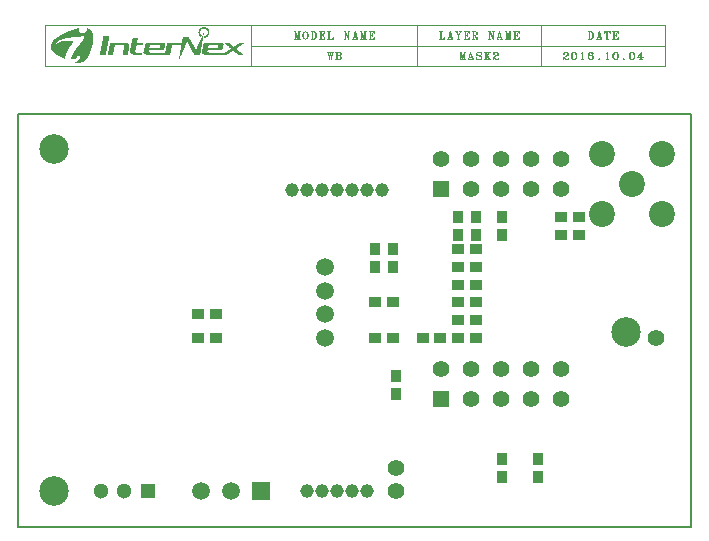
<source format=gbr>
%MOMM*%
%FSLAX33Y33*%
%ADD10C,0.203200*%
%ADD14C,0.070000*%
%ADD16R,0.900000X1.000000*%
%ADD17C,1.300000*%
%ADD70R,1.000000X0.900000*%
%ADD71R,1.300000X1.300000*%
%ADD20C,1.500000*%
%ADD21R,1.500000X1.500000*%
%ADD22C,1.150000*%
%ADD25C,1.400000*%
%ADD73R,1.400000X1.400000*%
%ADD131C,2.200000*%
%ADD132C,2.500000*%
G90*G71*G01*D02*G54D10*X000000Y000000D02*X057000Y000000D01*X057000Y035000D01*
X000000Y035000D01*X000000Y000000D01*D02*G54D14*X019750Y042500D02*
X002250Y042500D01*X002250Y039000D01*X019750Y039000D01*X019750Y040750D02*
X054750Y040750D01*X033750Y042500D02*X033750Y039000D01*X019750Y042500D02*
X054750Y042500D01*X054750Y039000D02*X019750Y039000D01*X019750Y042500D02*
X019750Y039000D01*X054750Y042500D02*X054750Y039000D01*X044250Y042500D02*
X044250Y039000D01*X046154Y040098D02*X046154Y040066D01*X046186Y040066D01*
X046186Y040098D01*X046154Y040098D01*X046154Y040130D02*X046186Y040130D01*
X046218Y040098D01*X046218Y040066D01*X046186Y040034D01*X046154Y040034D01*
X046123Y040066D01*X046123Y040098D01*X046154Y040161D01*X046186Y040193D01*
X046282Y040214D01*X046414Y040214D01*X046509Y040193D01*X046541Y040161D01*
X046578Y040098D01*X046578Y040034D01*X046541Y039981D01*X046446Y039917D01*
X046282Y039854D01*X046218Y039822D01*X046154Y039758D01*X046123Y039673D01*
X046123Y039578D01*X046509Y040161D02*X046541Y040098D01*X046541Y040034D01*
X046509Y039981D01*X046414Y040214D02*X046477Y040193D01*X046509Y040098D01*
X046509Y040034D01*X046477Y039981D01*X046414Y039917D01*X046282Y039854D01*
X046123Y039642D02*X046154Y039673D01*X046218Y039673D01*X046377Y039642D01*
X046509Y039642D01*X046578Y039673D01*X046218Y039673D02*X046377Y039610D01*
X046509Y039610D01*X046541Y039642D01*X046218Y039673D02*X046377Y039578D01*
X046509Y039578D01*X046541Y039610D01*X046578Y039673D01*X046578Y039727D01*
X047014Y040214D02*X046918Y040193D01*X046854Y040098D01*X046823Y039949D01*
X046823Y039854D01*X046854Y039705D01*X046918Y039610D01*X047014Y039578D01*
X047082Y039578D01*X047177Y039610D01*X047241Y039705D01*X047278Y039854D01*
X047278Y039949D01*X047241Y040098D01*X047177Y040193D01*X047082Y040214D01*
X047014Y040214D01*X046918Y040161D02*X046886Y040098D01*X046854Y039981D01*
X046854Y039822D01*X046886Y039705D01*X046918Y039642D01*X047177Y039642D02*
X047209Y039705D01*X047241Y039822D01*X047241Y039981D01*X047209Y040098D01*
X047177Y040161D01*X047014Y040214D02*X046950Y040193D01*X046918Y040130D01*
X046886Y039981D01*X046886Y039822D01*X046918Y039673D01*X046950Y039610D01*
X047014Y039578D01*X047082Y039578D02*X047146Y039610D01*X047177Y039673D01*
X047209Y039822D01*X047209Y039981D01*X047177Y040130D01*X047146Y040193D01*
X047082Y040214D01*X047727Y040161D02*X047727Y039578D01*X047745Y040161D02*
X047745Y039610D01*X047759Y040214D02*X047759Y039578D01*X047759Y040214D02*
X047714Y040130D01*X047686Y040098D01*X047673Y039578D02*X047818Y039578D01*
X047727Y039610D02*X047700Y039578D01*X047727Y039642D02*X047714Y039578D01*
X047759Y039642D02*X047773Y039578D01*X047759Y039610D02*X047786Y039578D01*
X048577Y040130D02*X048577Y040098D01*X048609Y040098D01*X048609Y040130D01*
X048577Y040130D01*X048609Y040161D02*X048577Y040161D01*X048546Y040130D01*
X048546Y040098D01*X048577Y040066D01*X048609Y040066D01*X048641Y040098D01*
X048641Y040130D01*X048609Y040193D01*X048546Y040214D01*X048450Y040214D01*
X048350Y040193D01*X048286Y040130D01*X048254Y040066D01*X048223Y039949D01*
X048223Y039758D01*X048254Y039673D01*X048318Y039610D01*X048414Y039578D01*
X048482Y039578D01*X048577Y039610D01*X048641Y039673D01*X048678Y039758D01*
X048678Y039790D01*X048641Y039886D01*X048577Y039949D01*X048482Y039981D01*
X048414Y039981D01*X048350Y039949D01*X048318Y039917D01*X048286Y039854D01*
X048318Y040130D02*X048286Y040066D01*X048254Y039949D01*X048254Y039758D01*
X048286Y039673D01*X048318Y039642D01*X048609Y039673D02*X048641Y039727D01*
X048641Y039822D01*X048609Y039886D01*X048450Y040214D02*X048382Y040193D01*
X048350Y040161D01*X048318Y040098D01*X048286Y039981D01*X048286Y039758D01*
X048318Y039673D01*X048350Y039610D01*X048414Y039578D01*X048482Y039578D02*
X048546Y039610D01*X048577Y039642D01*X048609Y039727D01*X048609Y039822D01*
X048577Y039917D01*X048546Y039949D01*X048482Y039981D01*X049141Y039673D02*
X049127Y039642D01*X049127Y039610D01*X049141Y039578D01*X049155Y039578D01*
X049168Y039610D01*X049168Y039642D01*X049155Y039673D01*X049141Y039673D01*
X049141Y039642D02*X049141Y039610D01*X049155Y039610D01*X049155Y039642D01*
X049141Y039642D01*X049827Y040161D02*X049827Y039578D01*X049845Y040161D02*
X049845Y039610D01*X049859Y040214D02*X049859Y039578D01*X049859Y040214D02*
X049814Y040130D01*X049786Y040098D01*X049773Y039578D02*X049918Y039578D01*
X049827Y039610D02*X049800Y039578D01*X049827Y039642D02*X049814Y039578D01*
X049859Y039642D02*X049873Y039578D01*X049859Y039610D02*X049886Y039578D01*
X050514Y040214D02*X050418Y040193D01*X050354Y040098D01*X050322Y039949D01*
X050322Y039854D01*X050354Y039705D01*X050418Y039610D01*X050514Y039578D01*
X050582Y039578D01*X050677Y039610D01*X050741Y039705D01*X050777Y039854D01*
X050777Y039949D01*X050741Y040098D01*X050677Y040193D01*X050582Y040214D01*
X050514Y040214D01*X050418Y040161D02*X050386Y040098D01*X050354Y039981D01*
X050354Y039822D01*X050386Y039705D01*X050418Y039642D01*X050677Y039642D02*
X050709Y039705D01*X050741Y039822D01*X050741Y039981D01*X050709Y040098D01*
X050677Y040161D01*X050514Y040214D02*X050450Y040193D01*X050418Y040130D01*
X050386Y039981D01*X050386Y039822D01*X050418Y039673D01*X050450Y039610D01*
X050514Y039578D01*X050582Y039578D02*X050646Y039610D01*X050677Y039673D01*
X050709Y039822D01*X050709Y039981D01*X050677Y040130D01*X050646Y040193D01*
X050582Y040214D01*X051241Y039673D02*X051227Y039642D01*X051227Y039610D01*
X051241Y039578D01*X051255Y039578D01*X051268Y039610D01*X051268Y039642D01*
X051255Y039673D01*X051241Y039673D01*X051241Y039642D02*X051241Y039610D01*
X051255Y039610D01*X051255Y039642D01*X051241Y039642D01*X051914Y040214D02*
X051818Y040193D01*X051754Y040098D01*X051722Y039949D01*X051722Y039854D01*
X051754Y039705D01*X051818Y039610D01*X051914Y039578D01*X051982Y039578D01*
X052077Y039610D01*X052141Y039705D01*X052177Y039854D01*X052177Y039949D01*
X052141Y040098D01*X052077Y040193D01*X051982Y040214D01*X051914Y040214D01*
X051818Y040161D02*X051786Y040098D01*X051754Y039981D01*X051754Y039822D01*
X051786Y039705D01*X051818Y039642D01*X052077Y039642D02*X052109Y039705D01*
X052141Y039822D01*X052141Y039981D01*X052109Y040098D01*X052077Y040161D01*
X051914Y040214D02*X051850Y040193D01*X051818Y040130D01*X051786Y039981D01*
X051786Y039822D01*X051818Y039673D01*X051850Y039610D01*X051914Y039578D01*
X051982Y039578D02*X052046Y039610D01*X052077Y039673D01*X052109Y039822D01*
X052109Y039981D01*X052077Y040130D01*X052046Y040193D01*X051982Y040214D01*
X052677Y040130D02*X052677Y039578D01*X052705Y040161D02*X052705Y039610D01*
X052732Y040214D02*X052732Y039578D01*X052732Y040214D02*X052422Y039758D01*
X052877Y039758D01*X052591Y039578D02*X052818Y039578D01*X052677Y039610D02*
X052618Y039578D01*X052677Y039642D02*X052645Y039578D01*X052732Y039642D02*
X052759Y039578D01*X052732Y039610D02*X052791Y039578D01*X048300Y041964D02*
X048300Y041328D01*X048327Y041943D02*X048327Y041360D01*X048354Y041964D02*
X048354Y041328D01*X048223Y041964D02*X048486Y041964D01*X048568Y041943D01*
X048623Y041880D01*X048650Y041816D01*X048678Y041731D01*X048678Y041572D01*
X048650Y041477D01*X048623Y041423D01*X048568Y041360D01*X048486Y041328D01*
X048223Y041328D01*X048596Y041880D02*X048623Y041816D01*X048650Y041731D01*
X048650Y041572D01*X048623Y041477D01*X048596Y041423D01*X048486Y041964D02*
X048541Y041943D01*X048596Y041848D01*X048623Y041731D01*X048623Y041572D01*
X048596Y041455D01*X048541Y041360D01*X048486Y041328D01*X048245Y041964D02*
X048300Y041943D01*X048273Y041964D02*X048300Y041911D01*X048382Y041964D02*
X048354Y041911D01*X048409Y041964D02*X048354Y041943D01*X048300Y041360D02*
X048245Y041328D01*X048300Y041392D02*X048273Y041328D01*X048354Y041392D02*
X048382Y041328D01*X048354Y041360D02*X048409Y041328D01*X049150Y041964D02*
X048973Y041360D01*X049123Y041880D02*X049273Y041328D01*X049150Y041880D02*
X049300Y041328D01*X049150Y041964D02*X049323Y041328D01*X049023Y041508D02*
X049250Y041508D01*X048923Y041328D02*X049073Y041328D01*X049200Y041328D02*
X049378Y041328D01*X048973Y041360D02*X048945Y041328D01*X048973Y041360D02*
X049023Y041328D01*X049273Y041360D02*X049223Y041328D01*X049273Y041392D02*
X049250Y041328D01*X049300Y041392D02*X049350Y041328D01*X049623Y041964D02*
X049623Y041784D01*X049818Y041964D02*X049818Y041328D01*X049850Y041943D02*
X049850Y041360D01*X049877Y041964D02*X049877Y041328D01*X050077Y041964D02*
X050077Y041784D01*X049623Y041964D02*X050077Y041964D01*X049736Y041328D02*
X049959Y041328D01*X049650Y041964D02*X049623Y041784D01*X049677Y041964D02*
X049623Y041880D01*X049704Y041964D02*X049623Y041911D01*X049764Y041964D02*
X049623Y041943D01*X049932Y041964D02*X050077Y041943D01*X049991Y041964D02*
X050077Y041911D01*X050018Y041964D02*X050077Y041880D01*X050046Y041964D02*
X050077Y041784D01*X049818Y041360D02*X049764Y041328D01*X049818Y041392D02*
X049791Y041328D01*X049877Y041392D02*X049905Y041328D01*X049877Y041360D02*
X049932Y041328D01*X050404Y041964D02*X050404Y041328D01*X050432Y041943D02*
X050432Y041360D01*X050464Y041964D02*X050464Y041328D01*X050322Y041964D02*
X050777Y041964D01*X050777Y041784D01*X050464Y041667D02*X050632Y041667D01*
X050632Y041784D02*X050632Y041540D01*X050322Y041328D02*X050777Y041328D01*
X050777Y041508D01*X050350Y041964D02*X050404Y041943D01*X050377Y041964D02*
X050404Y041911D01*X050491Y041964D02*X050464Y041911D01*X050518Y041964D02*
X050464Y041943D01*X050632Y041964D02*X050777Y041943D01*X050691Y041964D02*
X050777Y041911D01*X050718Y041964D02*X050777Y041880D01*X050746Y041964D02*
X050777Y041784D01*X050632Y041784D02*X050605Y041667D01*X050632Y041540D01*
X050632Y041731D02*X050577Y041667D01*X050632Y041604D01*X050632Y041699D02*
X050518Y041667D01*X050632Y041636D01*X050404Y041360D02*X050350Y041328D01*
X050404Y041392D02*X050377Y041328D01*X050464Y041392D02*X050491Y041328D01*
X050464Y041360D02*X050518Y041328D01*X050632Y041328D02*X050777Y041360D01*
X050691Y041328D02*X050777Y041392D01*X050718Y041328D02*X050777Y041423D01*
X050746Y041328D02*X050777Y041508D01*X035714Y041964D02*X035714Y041328D01*
X035741Y041943D02*X035741Y041360D01*X035773Y041964D02*X035773Y041328D01*
X035623Y041964D02*X035864Y041964D01*X035623Y041328D02*X036078Y041328D01*
X036078Y041508D01*X035650Y041964D02*X035714Y041943D01*X035682Y041964D02*
X035714Y041911D01*X035805Y041964D02*X035773Y041911D01*X035832Y041964D02*
X035773Y041943D01*X035714Y041360D02*X035650Y041328D01*X035714Y041392D02*
X035682Y041328D01*X035773Y041392D02*X035805Y041328D01*X035773Y041360D02*
X035832Y041328D01*X035923Y041328D02*X036078Y041360D01*X035982Y041328D02*
X036078Y041392D01*X036014Y041328D02*X036078Y041423D01*X036046Y041328D02*
X036078Y041508D01*X036550Y041964D02*X036373Y041360D01*X036523Y041880D02*
X036673Y041328D01*X036550Y041880D02*X036700Y041328D01*X036550Y041964D02*
X036723Y041328D01*X036423Y041508D02*X036650Y041508D01*X036323Y041328D02*
X036473Y041328D01*X036600Y041328D02*X036778Y041328D01*X036373Y041360D02*
X036345Y041328D01*X036373Y041360D02*X036423Y041328D01*X036673Y041360D02*
X036623Y041328D01*X036673Y041392D02*X036650Y041328D01*X036700Y041392D02*
X036750Y041328D01*X037068Y041964D02*X037223Y041636D01*X037223Y041328D01*
X037091Y041964D02*X037245Y041636D01*X037245Y041360D01*X037109Y041964D02*
X037273Y041636D01*X037273Y041328D01*X037405Y041943D02*X037273Y041636D01*
X037023Y041964D02*X037182Y041964D01*X037336Y041964D02*X037478Y041964D01*
X037159Y041328D02*X037336Y041328D01*X037045Y041964D02*X037091Y041943D01*
X037159Y041964D02*X037109Y041943D01*X037364Y041964D02*X037405Y041943D01*
X037450Y041964D02*X037405Y041943D01*X037223Y041360D02*X037182Y041328D01*
X037223Y041392D02*X037200Y041328D01*X037273Y041392D02*X037291Y041328D01*
X037273Y041360D02*X037314Y041328D01*X037804Y041964D02*X037804Y041328D01*
X037832Y041943D02*X037832Y041360D01*X037864Y041964D02*X037864Y041328D01*
X037723Y041964D02*X038178Y041964D01*X038178Y041784D01*X037864Y041667D02*
X038032Y041667D01*X038032Y041784D02*X038032Y041540D01*X037723Y041328D02*
X038178Y041328D01*X038178Y041508D01*X037750Y041964D02*X037804Y041943D01*
X037777Y041964D02*X037804Y041911D01*X037891Y041964D02*X037864Y041911D01*
X037918Y041964D02*X037864Y041943D01*X038032Y041964D02*X038178Y041943D01*
X038091Y041964D02*X038178Y041911D01*X038118Y041964D02*X038178Y041880D01*
X038146Y041964D02*X038178Y041784D01*X038032Y041784D02*X038005Y041667D01*
X038032Y041540D01*X038032Y041731D02*X037977Y041667D01*X038032Y041604D01*
X038032Y041699D02*X037918Y041667D01*X038032Y041636D01*X037804Y041360D02*
X037750Y041328D01*X037804Y041392D02*X037777Y041328D01*X037864Y041392D02*
X037891Y041328D01*X037864Y041360D02*X037918Y041328D01*X038032Y041328D02*
X038178Y041360D01*X038091Y041328D02*X038178Y041392D01*X038118Y041328D02*
X038178Y041423D01*X038146Y041328D02*X038178Y041508D01*X038495Y041964D02*
X038495Y041328D01*X038523Y041943D02*X038523Y041360D01*X038545Y041964D02*
X038545Y041328D01*X038423Y041964D02*X038723Y041964D01*X038800Y041943D01*
X038823Y041911D01*X038850Y041848D01*X038850Y041784D01*X038823Y041731D01*
X038800Y041699D01*X038723Y041667D01*X038545Y041667D01*X038800Y041911D02*
X038823Y041848D01*X038823Y041784D01*X038800Y041731D01*X038723Y041964D02*
X038773Y041943D01*X038800Y041880D01*X038800Y041752D01*X038773Y041699D01*
X038723Y041667D01*X038645Y041667D02*X038700Y041636D01*X038723Y041572D01*
X038773Y041392D01*X038800Y041328D01*X038850Y041328D01*X038878Y041392D01*
X038878Y041455D01*X038773Y041455D02*X038800Y041392D01*X038823Y041360D01*
X038850Y041360D01*X038700Y041636D02*X038723Y041604D01*X038800Y041423D01*
X038823Y041392D01*X038850Y041392D01*X038878Y041423D01*X038423Y041328D02*
X038623Y041328D01*X038445Y041964D02*X038495Y041943D01*X038473Y041964D02*
X038495Y041911D01*X038573Y041964D02*X038545Y041911D01*X038595Y041964D02*
X038545Y041943D01*X038495Y041360D02*X038445Y041328D01*X038495Y041392D02*
X038473Y041328D01*X038545Y041392D02*X038573Y041328D01*X038545Y041360D02*
X038595Y041328D01*X039886Y041964D02*X039886Y041360D01*X039886Y041964D02*
X040205Y041328D01*X039913Y041964D02*X040182Y041423D01*X039932Y041964D02*
X040205Y041423D01*X040205Y041943D02*X040205Y041328D01*X039822Y041964D02*
X039932Y041964D01*X040141Y041964D02*X040277Y041964D01*X039822Y041328D02*
X039954Y041328D01*X039841Y041964D02*X039886Y041943D01*X040164Y041964D02*
X040205Y041943D01*X040255Y041964D02*X040205Y041943D01*X039886Y041360D02*
X039841Y041328D01*X039886Y041360D02*X039932Y041328D01*X040750Y041964D02*
X040573Y041360D01*X040723Y041880D02*X040873Y041328D01*X040750Y041880D02*
X040900Y041328D01*X040750Y041964D02*X040923Y041328D01*X040623Y041508D02*
X040850Y041508D01*X040522Y041328D02*X040673Y041328D01*X040800Y041328D02*
X040977Y041328D01*X040573Y041360D02*X040545Y041328D01*X040573Y041360D02*
X040623Y041328D01*X040873Y041360D02*X040823Y041328D01*X040873Y041392D02*
X040850Y041328D01*X040900Y041392D02*X040950Y041328D01*X041282Y041964D02*
X041282Y041360D01*X041282Y041964D02*X041427Y041328D01*X041304Y041964D02*
X041427Y041423D01*X041323Y041964D02*X041445Y041423D01*X041573Y041964D02*
X041427Y041328D01*X041573Y041964D02*X041573Y041328D01*X041591Y041943D02*
X041591Y041360D01*X041614Y041964D02*X041614Y041328D01*X041222Y041964D02*
X041323Y041964D01*X041573Y041964D02*X041677Y041964D01*X041222Y041328D02*
X041345Y041328D01*X041509Y041328D02*X041677Y041328D01*X041241Y041964D02*
X041282Y041943D01*X041632Y041964D02*X041614Y041911D01*X041655Y041964D02*
X041614Y041943D01*X041282Y041360D02*X041241Y041328D01*X041282Y041360D02*
X041323Y041328D01*X041573Y041360D02*X041532Y041328D01*X041573Y041392D02*
X041550Y041328D01*X041614Y041392D02*X041632Y041328D01*X041614Y041360D02*
X041655Y041328D01*X042004Y041964D02*X042004Y041328D01*X042032Y041943D02*
X042032Y041360D01*X042064Y041964D02*X042064Y041328D01*X041922Y041964D02*
X042377Y041964D01*X042377Y041784D01*X042064Y041667D02*X042232Y041667D01*
X042232Y041784D02*X042232Y041540D01*X041922Y041328D02*X042377Y041328D01*
X042377Y041508D01*X041950Y041964D02*X042004Y041943D01*X041977Y041964D02*
X042004Y041911D01*X042091Y041964D02*X042064Y041911D01*X042118Y041964D02*
X042064Y041943D01*X042232Y041964D02*X042377Y041943D01*X042291Y041964D02*
X042377Y041911D01*X042318Y041964D02*X042377Y041880D01*X042346Y041964D02*
X042377Y041784D01*X042232Y041784D02*X042205Y041667D01*X042232Y041540D01*
X042232Y041731D02*X042177Y041667D01*X042232Y041604D01*X042232Y041699D02*
X042118Y041667D01*X042232Y041636D01*X042004Y041360D02*X041950Y041328D01*
X042004Y041392D02*X041977Y041328D01*X042064Y041392D02*X042091Y041328D01*
X042064Y041360D02*X042118Y041328D01*X042232Y041328D02*X042377Y041360D01*
X042291Y041328D02*X042377Y041392D01*X042318Y041328D02*X042377Y041423D01*
X042346Y041328D02*X042377Y041508D01*X023432Y041964D02*X023432Y041360D01*
X023432Y041964D02*X023577Y041328D01*X023454Y041964D02*X023577Y041423D01*
X023473Y041964D02*X023596Y041423D01*X023723Y041964D02*X023577Y041328D01*
X023723Y041964D02*X023723Y041328D01*X023741Y041943D02*X023741Y041360D01*
X023764Y041964D02*X023764Y041328D01*X023373Y041964D02*X023473Y041964D01*
X023723Y041964D02*X023828Y041964D01*X023373Y041328D02*X023495Y041328D01*
X023659Y041328D02*X023828Y041328D01*X023391Y041964D02*X023432Y041943D01*
X023782Y041964D02*X023764Y041911D01*X023805Y041964D02*X023764Y041943D01*
X023432Y041360D02*X023391Y041328D01*X023432Y041360D02*X023473Y041328D01*
X023723Y041360D02*X023682Y041328D01*X023723Y041392D02*X023700Y041328D01*
X023764Y041392D02*X023782Y041328D01*X023764Y041360D02*X023805Y041328D01*
X024268Y041964D02*X024186Y041943D01*X024127Y041880D01*X024100Y041816D01*
X024073Y041699D01*X024073Y041604D01*X024100Y041477D01*X024127Y041423D01*
X024186Y041360D01*X024268Y041328D01*X024327Y041328D01*X024414Y041360D01*
X024468Y041423D01*X024496Y041477D01*X024528Y041604D01*X024528Y041699D01*
X024496Y041816D01*X024468Y041880D01*X024414Y041943D01*X024327Y041964D01*
X024268Y041964D01*X024154Y041880D02*X024127Y041816D01*X024100Y041731D01*
X024100Y041572D01*X024127Y041477D01*X024154Y041423D01*X024441Y041423D02*
X024468Y041477D01*X024496Y041572D01*X024496Y041731D01*X024468Y041816D01*
X024441Y041880D01*X024268Y041964D02*X024214Y041943D01*X024154Y041848D01*
X024127Y041731D01*X024127Y041572D01*X024154Y041455D01*X024214Y041360D01*
X024268Y041328D01*X024327Y041328D02*X024382Y041360D01*X024441Y041455D01*
X024468Y041572D01*X024468Y041731D01*X024441Y041848D01*X024382Y041943D01*
X024327Y041964D01*X024850Y041964D02*X024850Y041328D01*X024877Y041943D02*
X024877Y041360D01*X024904Y041964D02*X024904Y041328D01*X024773Y041964D02*
X025036Y041964D01*X025118Y041943D01*X025173Y041880D01*X025200Y041816D01*
X025228Y041731D01*X025228Y041572D01*X025200Y041477D01*X025173Y041423D01*
X025118Y041360D01*X025036Y041328D01*X024773Y041328D01*X025146Y041880D02*
X025173Y041816D01*X025200Y041731D01*X025200Y041572D01*X025173Y041477D01*
X025146Y041423D01*X025036Y041964D02*X025091Y041943D01*X025146Y041848D01*
X025173Y041731D01*X025173Y041572D01*X025146Y041455D01*X025091Y041360D01*
X025036Y041328D01*X024795Y041964D02*X024850Y041943D01*X024823Y041964D02*
X024850Y041911D01*X024932Y041964D02*X024904Y041911D01*X024959Y041964D02*
X024904Y041943D01*X024850Y041360D02*X024795Y041328D01*X024850Y041392D02*
X024823Y041328D01*X024904Y041392D02*X024932Y041328D01*X024904Y041360D02*
X024959Y041328D01*X025554Y041964D02*X025554Y041328D01*X025582Y041943D02*
X025582Y041360D01*X025614Y041964D02*X025614Y041328D01*X025473Y041964D02*
X025928Y041964D01*X025928Y041784D01*X025614Y041667D02*X025782Y041667D01*
X025782Y041784D02*X025782Y041540D01*X025473Y041328D02*X025928Y041328D01*
X025928Y041508D01*X025500Y041964D02*X025554Y041943D01*X025527Y041964D02*
X025554Y041911D01*X025641Y041964D02*X025614Y041911D01*X025668Y041964D02*
X025614Y041943D01*X025782Y041964D02*X025928Y041943D01*X025841Y041964D02*
X025928Y041911D01*X025868Y041964D02*X025928Y041880D01*X025896Y041964D02*
X025928Y041784D01*X025782Y041784D02*X025755Y041667D01*X025782Y041540D01*
X025782Y041731D02*X025727Y041667D01*X025782Y041604D01*X025782Y041699D02*
X025668Y041667D01*X025782Y041636D01*X025554Y041360D02*X025500Y041328D01*
X025554Y041392D02*X025527Y041328D01*X025614Y041392D02*X025641Y041328D01*
X025614Y041360D02*X025668Y041328D01*X025782Y041328D02*X025928Y041360D01*
X025841Y041328D02*X025928Y041392D01*X025868Y041328D02*X025928Y041423D01*
X025896Y041328D02*X025928Y041508D01*X026264Y041964D02*X026264Y041328D01*
X026291Y041943D02*X026291Y041360D01*X026323Y041964D02*X026323Y041328D01*
X026173Y041964D02*X026414Y041964D01*X026173Y041328D02*X026628Y041328D01*
X026628Y041508D01*X026200Y041964D02*X026264Y041943D01*X026232Y041964D02*
X026264Y041911D01*X026355Y041964D02*X026323Y041911D01*X026382Y041964D02*
X026323Y041943D01*X026264Y041360D02*X026200Y041328D01*X026264Y041392D02*
X026232Y041328D01*X026323Y041392D02*X026355Y041328D01*X026323Y041360D02*
X026382Y041328D01*X026473Y041328D02*X026628Y041360D01*X026532Y041328D02*
X026628Y041392D01*X026564Y041328D02*X026628Y041423D01*X026596Y041328D02*
X026628Y041508D01*X027636Y041964D02*X027636Y041360D01*X027636Y041964D02*
X027955Y041328D01*X027663Y041964D02*X027932Y041423D01*X027682Y041964D02*
X027955Y041423D01*X027955Y041943D02*X027955Y041328D01*X027572Y041964D02*
X027682Y041964D01*X027891Y041964D02*X028027Y041964D01*X027572Y041328D02*
X027704Y041328D01*X027591Y041964D02*X027636Y041943D01*X027914Y041964D02*
X027955Y041943D01*X028005Y041964D02*X027955Y041943D01*X027636Y041360D02*
X027591Y041328D01*X027636Y041360D02*X027682Y041328D01*X028500Y041964D02*
X028323Y041360D01*X028473Y041880D02*X028623Y041328D01*X028500Y041880D02*
X028650Y041328D01*X028500Y041964D02*X028673Y041328D01*X028373Y041508D02*
X028600Y041508D01*X028272Y041328D02*X028423Y041328D01*X028550Y041328D02*
X028727Y041328D01*X028323Y041360D02*X028295Y041328D01*X028323Y041360D02*
X028373Y041328D01*X028623Y041360D02*X028573Y041328D01*X028623Y041392D02*
X028600Y041328D01*X028650Y041392D02*X028700Y041328D01*X029032Y041964D02*
X029032Y041360D01*X029032Y041964D02*X029177Y041328D01*X029054Y041964D02*
X029177Y041423D01*X029073Y041964D02*X029195Y041423D01*X029323Y041964D02*
X029177Y041328D01*X029323Y041964D02*X029323Y041328D01*X029341Y041943D02*
X029341Y041360D01*X029364Y041964D02*X029364Y041328D01*X028972Y041964D02*
X029073Y041964D01*X029323Y041964D02*X029427Y041964D01*X028972Y041328D02*
X029095Y041328D01*X029259Y041328D02*X029427Y041328D01*X028991Y041964D02*
X029032Y041943D01*X029382Y041964D02*X029364Y041911D01*X029405Y041964D02*
X029364Y041943D01*X029032Y041360D02*X028991Y041328D01*X029032Y041360D02*
X029073Y041328D01*X029323Y041360D02*X029282Y041328D01*X029323Y041392D02*
X029300Y041328D01*X029364Y041392D02*X029382Y041328D01*X029364Y041360D02*
X029405Y041328D01*X029754Y041964D02*X029754Y041328D01*X029782Y041943D02*
X029782Y041360D01*X029814Y041964D02*X029814Y041328D01*X029672Y041964D02*
X030127Y041964D01*X030127Y041784D01*X029814Y041667D02*X029982Y041667D01*
X029982Y041784D02*X029982Y041540D01*X029672Y041328D02*X030127Y041328D01*
X030127Y041508D01*X029700Y041964D02*X029754Y041943D01*X029727Y041964D02*
X029754Y041911D01*X029841Y041964D02*X029814Y041911D01*X029868Y041964D02*
X029814Y041943D01*X029982Y041964D02*X030127Y041943D01*X030041Y041964D02*
X030127Y041911D01*X030068Y041964D02*X030127Y041880D01*X030096Y041964D02*
X030127Y041784D01*X029982Y041784D02*X029955Y041667D01*X029982Y041540D01*
X029982Y041731D02*X029927Y041667D01*X029982Y041604D01*X029982Y041699D02*
X029868Y041667D01*X029982Y041636D01*X029754Y041360D02*X029700Y041328D01*
X029754Y041392D02*X029727Y041328D01*X029814Y041392D02*X029841Y041328D01*
X029814Y041360D02*X029868Y041328D01*X029982Y041328D02*X030127Y041360D01*
X030041Y041328D02*X030127Y041392D01*X030068Y041328D02*X030127Y041423D01*
X030096Y041328D02*X030127Y041508D01*X026232Y040214D02*X026314Y039578D01*
X026254Y040214D02*X026314Y039727D01*X026314Y039578D01*X026273Y040214D02*
X026336Y039727D01*X026400Y040214D02*X026336Y039727D01*X026314Y039578D01*
X026400Y040214D02*X026482Y039578D01*X026418Y040214D02*X026482Y039727D01*
X026482Y039578D01*X026441Y040214D02*X026500Y039727D01*X026564Y040193D02*
X026500Y039727D01*X026482Y039578D01*X026173Y040214D02*X026336Y040214D01*
X026400Y040214D02*X026441Y040214D01*X026500Y040214D02*X026628Y040214D01*
X026191Y040214D02*X026254Y040193D01*X026213Y040214D02*X026254Y040161D01*
X026295Y040214D02*X026273Y040161D01*X026314Y040214D02*X026273Y040193D01*
X026523Y040214D02*X026564Y040193D01*X026605Y040214D02*X026564Y040193D01*
X026950Y040214D02*X026950Y039578D01*X026977Y040193D02*X026977Y039610D01*
X027004Y040214D02*X027004Y039578D01*X026873Y040214D02*X027191Y040214D01*
X027273Y040193D01*X027296Y040161D01*X027327Y040098D01*X027327Y040034D01*
X027296Y039981D01*X027273Y039949D01*X027191Y039917D01*X027273Y040161D02*
X027296Y040098D01*X027296Y040034D01*X027273Y039981D01*X027191Y040214D02*
X027246Y040193D01*X027273Y040130D01*X027273Y040002D01*X027246Y039949D01*
X027191Y039917D01*X027004Y039917D02*X027191Y039917D01*X027273Y039886D01*
X027296Y039854D01*X027327Y039790D01*X027327Y039705D01*X027296Y039642D01*
X027273Y039610D01*X027191Y039578D01*X026873Y039578D01*X027273Y039854D02*
X027296Y039790D01*X027296Y039705D01*X027273Y039642D01*X027191Y039917D02*
X027246Y039886D01*X027273Y039822D01*X027273Y039673D01*X027246Y039610D01*
X027191Y039578D01*X026895Y040214D02*X026950Y040193D01*X026923Y040214D02*
X026950Y040161D01*X027032Y040214D02*X027004Y040161D01*X027059Y040214D02*
X027004Y040193D01*X026950Y039610D02*X026895Y039578D01*X026950Y039642D02*
X026923Y039578D01*X027004Y039642D02*X027032Y039578D01*X027004Y039610D02*
X027059Y039578D01*X037432Y040214D02*X037432Y039610D01*X037432Y040214D02*
X037577Y039578D01*X037454Y040214D02*X037577Y039673D01*X037473Y040214D02*
X037595Y039673D01*X037723Y040214D02*X037577Y039578D01*X037723Y040214D02*
X037723Y039578D01*X037741Y040193D02*X037741Y039610D01*X037764Y040214D02*
X037764Y039578D01*X037373Y040214D02*X037473Y040214D01*X037723Y040214D02*
X037828Y040214D01*X037373Y039578D02*X037495Y039578D01*X037659Y039578D02*
X037828Y039578D01*X037391Y040214D02*X037432Y040193D01*X037782Y040214D02*
X037764Y040161D01*X037805Y040214D02*X037764Y040193D01*X037432Y039610D02*
X037391Y039578D01*X037432Y039610D02*X037473Y039578D01*X037723Y039610D02*
X037682Y039578D01*X037723Y039642D02*X037700Y039578D01*X037764Y039642D02*
X037782Y039578D01*X037764Y039610D02*X037805Y039578D01*X038300Y040214D02*
X038123Y039610D01*X038273Y040130D02*X038423Y039578D01*X038300Y040130D02*
X038450Y039578D01*X038300Y040214D02*X038473Y039578D01*X038173Y039758D02*
X038400Y039758D01*X038073Y039578D02*X038223Y039578D01*X038350Y039578D02*
X038528Y039578D01*X038123Y039610D02*X038095Y039578D01*X038123Y039610D02*
X038173Y039578D01*X038423Y039610D02*X038373Y039578D01*X038423Y039642D02*
X038400Y039578D01*X038450Y039642D02*X038500Y039578D01*X039191Y040130D02*
X039228Y040214D01*X039228Y040034D01*X039191Y040130D01*X039127Y040193D01*
X039027Y040214D01*X038932Y040214D01*X038836Y040193D01*X038773Y040130D01*
X038773Y040034D01*X038804Y039981D01*X038900Y039917D01*X039096Y039854D01*
X039159Y039822D01*X039191Y039758D01*X039191Y039673D01*X039159Y039610D01*
X038804Y040034D02*X038836Y039981D01*X038900Y039949D01*X039096Y039886D01*
X039159Y039854D01*X039191Y039790D01*X038836Y040193D02*X038804Y040130D01*
X038804Y040066D01*X038836Y040002D01*X038900Y039981D01*X039096Y039917D01*
X039191Y039854D01*X039228Y039790D01*X039228Y039705D01*X039191Y039642D01*
X039159Y039610D01*X039064Y039578D01*X038964Y039578D01*X038868Y039610D01*
X038804Y039673D01*X038773Y039758D01*X038773Y039578D01*X038804Y039673D01*
X039541Y040214D02*X039541Y039578D01*X039568Y040193D02*X039568Y039610D01*
X039591Y040214D02*X039591Y039578D01*X039855Y040193D02*X039591Y039854D01*
X039664Y039917D02*X039827Y039578D01*X039686Y039917D02*X039855Y039578D01*
X039686Y039981D02*X039877Y039578D01*X039473Y040214D02*X039664Y040214D01*
X039782Y040214D02*X039927Y040214D01*X039473Y039578D02*X039664Y039578D01*
X039759Y039578D02*X039927Y039578D01*X039495Y040214D02*X039541Y040193D01*
X039518Y040214D02*X039541Y040161D01*X039614Y040214D02*X039591Y040161D01*
X039636Y040214D02*X039591Y040193D01*X039827Y040214D02*X039855Y040193D01*
X039900Y040214D02*X039855Y040193D01*X039541Y039610D02*X039495Y039578D01*
X039541Y039642D02*X039518Y039578D01*X039591Y039642D02*X039614Y039578D01*
X039591Y039610D02*X039636Y039578D01*X039827Y039642D02*X039782Y039578D01*
X039827Y039642D02*X039900Y039578D01*X040204Y040098D02*X040204Y040066D01*
X040236Y040066D01*X040236Y040098D01*X040204Y040098D01*X040204Y040130D02*
X040236Y040130D01*X040268Y040098D01*X040268Y040066D01*X040236Y040034D01*
X040204Y040034D01*X040172Y040066D01*X040172Y040098D01*X040204Y040161D01*
X040236Y040193D01*X040332Y040214D01*X040464Y040214D01*X040559Y040193D01*
X040591Y040161D01*X040627Y040098D01*X040627Y040034D01*X040591Y039981D01*
X040496Y039917D01*X040332Y039854D01*X040268Y039822D01*X040204Y039758D01*
X040172Y039673D01*X040172Y039578D01*X040559Y040161D02*X040591Y040098D01*
X040591Y040034D01*X040559Y039981D01*X040464Y040214D02*X040527Y040193D01*
X040559Y040098D01*X040559Y040034D01*X040527Y039981D01*X040464Y039917D01*
X040332Y039854D01*X040172Y039642D02*X040204Y039673D01*X040268Y039673D01*
X040427Y039642D01*X040559Y039642D01*X040627Y039673D01*X040268Y039673D02*
X040427Y039610D01*X040559Y039610D01*X040591Y039642D01*X040268Y039673D02*
X040427Y039578D01*X040559Y039578D01*X040591Y039610D01*X040627Y039673D01*
X040627Y039727D01*D02*G54D16*X041000Y004250D03*X041000Y005750D03*
X044000Y004250D03*X044000Y005750D03*X032000Y011250D03*X032000Y012750D03*
X030250Y022000D03*X031750Y022000D03*X030250Y023500D03*X031750Y023500D03*
X037250Y024750D03*X037250Y026250D03*X038750Y024750D03*X038750Y026250D03*
X041000Y024750D03*X041000Y026250D03*D02*G54D17*X007000Y003000D03*
X009000Y003000D03*D02*G54D70*X016750Y016000D03*X015250Y016000D03*
X030250Y016000D03*X031750Y016000D03*X034250Y016000D03*X035750Y016000D03*
X037250Y017500D03*X037250Y016000D03*X038750Y017500D03*X038750Y016000D03*
X016750Y018000D03*X015250Y018000D03*X030250Y019000D03*X031750Y019000D03*
X037250Y020500D03*X037250Y019000D03*X038750Y020500D03*X038750Y019000D03*
X037250Y022000D03*X038750Y022000D03*X037250Y023500D03*X038750Y023500D03*
X046000Y024750D03*X046000Y026250D03*X047500Y024750D03*X047500Y026250D03*D02*
G54D71*X011000Y003000D03*D02*G54D20*X015460Y003000D03*X018000Y003000D03*
X026000Y016000D03*X026000Y018000D03*X026000Y020000D03*X026000Y022000D03*D02*
G54D21*X020540Y003000D03*D02*G54D22*X025730Y003000D03*X024460Y003000D03*
X029540Y003000D03*X028270Y003000D03*X027000Y003000D03*X023190Y028500D03*
X024460Y028500D03*X025730Y028500D03*X027000Y028500D03*X028270Y028500D03*
X029540Y028500D03*X030810Y028500D03*D02*G54D25*X032000Y003000D03*
X032000Y005000D03*X038380Y010800D03*X040920Y010800D03*X046000Y010800D03*
X043460Y010800D03*X038380Y013340D03*X035840Y013340D03*X040920Y013340D03*
X046000Y013340D03*X043460Y013340D03*X054000Y016000D03*X038380Y028580D03*
X040920Y028580D03*X046000Y028580D03*X043460Y028580D03*X038380Y031120D03*
X035840Y031120D03*X040920Y031120D03*X046000Y031120D03*X043460Y031120D03*D02*
G54D73*X035840Y010800D03*X035840Y028580D03*D02*G54D131*X049460Y026460D03*
X054540Y026460D03*X052000Y029000D03*X049460Y031540D03*X054540Y031540D03*D02*
G54D132*X003000Y003000D03*X003000Y032000D03*X051500Y016500D03*X003000Y003000D03*
X003000Y032000D03*X051500Y016500D03*X000000Y000000D02*
G36*X017465Y040976D02*X017465Y040998D01*X017854Y040998D01*X017854Y040976D01*
X017875Y040976D01*X017875Y040955D01*X017918Y040955D01*X017918Y040933D01*
X017940Y040933D01*X017940Y040911D01*X017962Y040911D01*X017962Y040890D01*
X017983Y040890D01*X017983Y040868D01*X018005Y040868D01*X018005Y040847D01*
X018027Y040847D01*X018027Y040825D01*X018048Y040825D01*X018048Y040803D01*
X018070Y040803D01*X018070Y040782D01*X018091Y040782D01*X018091Y040760D01*
X018135Y040760D01*X018135Y040739D01*X018156Y040739D01*X018156Y040717D01*
X018178Y040717D01*X018178Y040695D01*X018199Y040695D01*X018199Y040674D01*
X018221Y040674D01*X018221Y040652D01*X018264Y040652D01*X018264Y040674D01*
X018307Y040674D01*X018307Y040695D01*X018351Y040695D01*X018351Y040717D01*
X018372Y040717D01*X018372Y040739D01*X018415Y040739D01*X018415Y040760D01*
X018437Y040760D01*X018437Y040782D01*X018480Y040782D01*X018480Y040803D01*
X018523Y040803D01*X018523Y040825D01*X018545Y040825D01*X018545Y040847D01*
X018588Y040847D01*X018588Y040868D01*X018610Y040868D01*X018610Y040890D01*
X018653Y040890D01*X018653Y040911D01*X018675Y040911D01*X018675Y040933D01*
X018718Y040933D01*X018718Y040955D01*X018739Y040955D01*X018739Y040976D01*
X018783Y040976D01*X018783Y040998D01*X019236Y040998D01*X019236Y040976D01*
X019193Y040976D01*X019193Y040955D01*X019171Y040955D01*X019171Y040933D01*
X019128Y040933D01*X019128Y040911D01*X019107Y040911D01*X019107Y040890D01*
X019063Y040890D01*X019063Y040868D01*X019042Y040868D01*X019042Y040847D01*
X018999Y040847D01*X018999Y040825D01*X018977Y040825D01*X018977Y040803D01*
X018934Y040803D01*X018934Y040782D01*X018912Y040782D01*X018912Y040760D01*
X018869Y040760D01*X018869Y040739D01*X018847Y040739D01*X018847Y040717D01*
X018804Y040717D01*X018804Y040695D01*X018783Y040695D01*X018783Y040674D01*
X018739Y040674D01*X018739Y040652D01*X018718Y040652D01*X018718Y040631D01*
X018675Y040631D01*X018675Y040609D01*X018653Y040609D01*X018653Y040587D01*
X018610Y040587D01*X018610Y040566D01*X018588Y040566D01*X018588Y040544D01*
X018545Y040544D01*X018545Y040523D01*X018523Y040523D01*X018523Y040501D01*
X018480Y040501D01*X018480Y040458D01*X018005Y040458D01*X018005Y040523D01*
X017983Y040523D01*X017983Y040544D01*X017940Y040544D01*X017940Y040566D01*
X017918Y040566D01*X017918Y040587D01*X017897Y040587D01*X017897Y040609D01*
X017875Y040609D01*X017875Y040631D01*X017854Y040631D01*X017854Y040652D01*
X017832Y040652D01*X017832Y040674D01*X017810Y040674D01*X017810Y040695D01*
X017789Y040695D01*X017789Y040717D01*X017746Y040717D01*X017746Y040739D01*
X017724Y040739D01*X017724Y040760D01*X017702Y040760D01*X017702Y040782D01*
X017681Y040782D01*X017681Y040803D01*X017659Y040803D01*X017659Y040825D01*
X017638Y040825D01*X017638Y040847D01*X017616Y040847D01*X017616Y040868D01*
X017573Y040868D01*X017573Y040890D01*X017551Y040890D01*X017551Y040911D01*
X017530Y040911D01*X017530Y040933D01*X017508Y040933D01*X017508Y040955D01*
X017486Y040955D01*X017486Y040976D01*X017465Y040976D01*G37*G36*X017530Y040155D02*
X017530Y040177D01*X017573Y040177D01*X017573Y040199D01*X017594Y040199D01*
X017594Y040220D01*X017638Y040220D01*X017638Y040242D01*X017681Y040242D01*
X017681Y040263D01*X017702Y040263D01*X017702Y040285D01*X017746Y040285D01*
X017746Y040307D01*X017767Y040307D01*X017767Y040328D01*X017789Y040328D01*
X017789Y040350D01*X017832Y040350D01*X017832Y040371D01*X017875Y040371D01*
X017875Y040393D01*X017897Y040393D01*X017897Y040415D01*X017940Y040415D01*
X017940Y040436D01*X017962Y040436D01*X017962Y040458D01*X018502Y040458D01*
X018502Y040436D01*X018523Y040436D01*X018523Y040415D01*X018567Y040415D01*
X018567Y040393D01*X018588Y040393D01*X018588Y040371D01*X018610Y040371D01*
X018610Y040350D01*X018631Y040350D01*X018631Y040328D01*X018675Y040328D01*
X018675Y040307D01*X018696Y040307D01*X018696Y040285D01*X018718Y040285D01*
X018718Y040263D01*X018739Y040263D01*X018739Y040242D01*X018783Y040242D01*
X018783Y040220D01*X018804Y040220D01*X018804Y040199D01*X018826Y040199D01*
X018826Y040177D01*X018847Y040177D01*X018847Y040155D01*X018891Y040155D01*
X018891Y040134D01*X018912Y040134D01*X018912Y040112D01*X018934Y040112D01*
X018934Y040091D01*X018955Y040091D01*X018955Y040069D01*X018977Y040069D01*
X018977Y040047D01*X019020Y040047D01*X019020Y040026D01*X019042Y040026D01*
X019042Y040004D01*X019063Y040004D01*X019063Y039983D01*X019085Y039983D01*
X019085Y039961D01*X018631Y039961D01*X018631Y039983D01*X018588Y039983D01*
X018588Y040004D01*X018567Y040004D01*X018567Y040026D01*X018545Y040026D01*
X018545Y040047D01*X018523Y040047D01*X018523Y040069D01*X018502Y040069D01*
X018502Y040091D01*X018480Y040091D01*X018480Y040112D01*X018437Y040112D01*
X018437Y040134D01*X018415Y040134D01*X018415Y040155D01*X018394Y040155D01*
X018394Y040177D01*X018372Y040177D01*X018372Y040199D01*X018351Y040199D01*
X018351Y040220D01*X018329Y040220D01*X018329Y040242D01*X018286Y040242D01*
X018286Y040263D01*X018264Y040263D01*X018264Y040285D01*X018243Y040285D01*
X018243Y040307D01*X018199Y040307D01*X018199Y040285D01*X018156Y040285D01*
X018156Y040263D01*X018135Y040263D01*X018135Y040242D01*X018091Y040242D01*
X018091Y040220D01*X018048Y040220D01*X018048Y040199D01*X018027Y040199D01*
X018027Y040177D01*X017983Y040177D01*X017983Y040155D01*X017530Y040155D01*G37*G36*
X015758Y041451D02*X015780Y041451D01*X015780Y041430D01*X015823Y041430D01*
X015823Y041408D01*X015866Y041408D01*X015866Y041430D01*X015909Y041430D01*
X015909Y041451D01*X015953Y041451D01*X015953Y041473D01*X015996Y041473D01*
X015996Y041495D01*X016017Y041495D01*X016017Y041516D01*X016039Y041516D01*
X016039Y041538D01*X016061Y041538D01*X016061Y041560D01*X016082Y041560D01*
X016082Y041581D01*X016104Y041581D01*X016104Y041624D01*X016125Y041624D01*
X016125Y041646D01*X016147Y041646D01*X016147Y041689D01*X016169Y041689D01*
X016169Y041776D01*X016190Y041776D01*X016190Y041948D01*X016169Y041948D01*
X016169Y042013D01*X016017Y042013D01*X016017Y041970D01*X016039Y041970D01*
X016039Y041754D01*X016017Y041754D01*X016017Y041711D01*X015996Y041711D01*
X015996Y041668D01*X015974Y041668D01*X015974Y041646D01*X015953Y041646D01*
X015953Y041624D01*X015931Y041624D01*X015931Y041603D01*X015888Y041603D01*
X015888Y041581D01*X015845Y041581D01*X015845Y041560D01*X015801Y041560D01*
X015801Y041538D01*X015780Y041538D01*X015780Y041516D01*X015758Y041516D01*
X015758Y041451D01*G37*G36*X015305Y042035D02*X015477Y042035D01*X015477Y042056D01*
X015499Y042056D01*X015499Y042100D01*X015521Y042100D01*X015521Y042121D01*
X015564Y042121D01*X015564Y042143D01*X015607Y042143D01*X015607Y042164D01*
X015693Y042164D01*X015693Y042186D01*X015780Y042186D01*X015780Y042164D01*
X015866Y042164D01*X015866Y042143D01*X015888Y042143D01*X015888Y042121D01*
X015931Y042121D01*X015931Y042100D01*X015953Y042100D01*X015953Y042078D01*
X015974Y042078D01*X015974Y042056D01*X015996Y042056D01*X015996Y042013D01*
X016169Y042013D01*X016169Y042035D01*X016147Y042035D01*X016147Y042078D01*
X016125Y042078D01*X016125Y042121D01*X016104Y042121D01*X016104Y042143D01*
X016082Y042143D01*X016082Y042164D01*X016061Y042164D01*X016061Y042186D01*
X016039Y042186D01*X016039Y042208D01*X016017Y042208D01*X016017Y042229D01*
X015996Y042229D01*X015996Y042251D01*X015953Y042251D01*X015953Y042272D01*
X015909Y042272D01*X015909Y042294D01*X015845Y042294D01*X015845Y042316D01*
X015607Y042316D01*X015607Y042294D01*X015542Y042294D01*X015542Y042272D01*
X015499Y042272D01*X015499Y042251D01*X015477Y042251D01*X015477Y042229D01*
X015434Y042229D01*X015434Y042208D01*X015413Y042208D01*X015413Y042186D01*
X015391Y042186D01*X015391Y042164D01*X015369Y042164D01*X015369Y042121D01*
X015348Y042121D01*X015348Y042100D01*X015326Y042100D01*X015326Y042056D01*
X015305Y042056D01*X015305Y042035D01*G37*G36*X015261Y041819D02*X015283Y041819D01*
X015283Y041732D01*X015305Y041732D01*X015305Y041668D01*X015326Y041668D01*
X015326Y041624D01*X015348Y041624D01*X015348Y041603D01*X015369Y041603D01*
X015369Y041560D01*X015391Y041560D01*X015391Y041538D01*X015434Y041538D01*
X015434Y041516D01*X015521Y041516D01*X015521Y041538D01*X015542Y041538D01*
X015542Y041624D01*X015521Y041624D01*X015521Y041646D01*X015499Y041646D01*
X015499Y041668D01*X015477Y041668D01*X015477Y041689D01*X015456Y041689D01*
X015456Y041732D01*X015434Y041732D01*X015434Y041797D01*X015413Y041797D01*
X015413Y041927D01*X015434Y041927D01*X015434Y041992D01*X015456Y041992D01*
X015456Y042035D01*X015305Y042035D01*X015305Y042013D01*X015283Y042013D01*
X015283Y041905D01*X015261Y041905D01*X015261Y041819D01*G37*G36*X014462Y040782D02*
X014484Y040782D01*X014484Y040739D01*X014505Y040739D01*X014505Y040717D01*
X014527Y040717D01*X014527Y040674D01*X014548Y040674D01*X014548Y040631D01*
X014570Y040631D01*X014570Y040587D01*X014592Y040587D01*X014592Y040544D01*
X014613Y040544D01*X014613Y040501D01*X014635Y040501D01*X014635Y040479D01*
X014656Y040479D01*X014656Y040436D01*X014678Y040436D01*X014678Y040393D01*
X014700Y040393D01*X014700Y040350D01*X014721Y040350D01*X014721Y040307D01*
X014743Y040307D01*X014743Y040263D01*X014765Y040263D01*X014765Y040242D01*
X014786Y040242D01*X014786Y040199D01*X014808Y040199D01*X014808Y040155D01*
X014829Y040155D01*X014829Y040112D01*X014851Y040112D01*X014851Y040069D01*
X014873Y040069D01*X014873Y040047D01*X014894Y040047D01*X014894Y040004D01*
X014916Y040004D01*X014916Y039961D01*X015413Y039961D01*X015413Y040026D01*
X015434Y040026D01*X015434Y040155D01*X015456Y040155D01*X015456Y040263D01*
X015477Y040263D01*X015477Y040393D01*X015499Y040393D01*X015499Y040523D01*
X015521Y040523D01*X015521Y040631D01*X015542Y040631D01*X015542Y040760D01*
X015564Y040760D01*X015564Y040868D01*X015585Y040868D01*X015585Y040998D01*
X015607Y040998D01*X015607Y041127D01*X015629Y041127D01*X015629Y041257D01*
X015650Y041257D01*X015650Y041365D01*X015672Y041365D01*X015672Y041495D01*
X015693Y041495D01*X015693Y041624D01*X015715Y041624D01*X015715Y041732D01*
X015737Y041732D01*X015737Y041819D01*X015715Y041819D01*X015715Y041776D01*
X015693Y041776D01*X015693Y041711D01*X015672Y041711D01*X015672Y041668D01*
X015650Y041668D01*X015650Y041624D01*X015629Y041624D01*X015629Y041581D01*
X015607Y041581D01*X015607Y041538D01*X015585Y041538D01*X015585Y041495D01*
X015564Y041495D01*X015564Y041451D01*X015542Y041451D01*X015542Y041408D01*
X015521Y041408D01*X015521Y041365D01*X015499Y041365D01*X015499Y041322D01*
X015477Y041322D01*X015477Y041279D01*X015456Y041279D01*X015456Y041214D01*
X015434Y041214D01*X015434Y041171D01*X015413Y041171D01*X015413Y041127D01*
X015391Y041127D01*X015391Y041084D01*X015369Y041084D01*X015369Y041041D01*
X015348Y041041D01*X015348Y040998D01*X015326Y040998D01*X015326Y040955D01*
X015305Y040955D01*X015305Y040911D01*X015283Y040911D01*X015283Y040868D01*
X015261Y040868D01*X015261Y040825D01*X015240Y040825D01*X015240Y040782D01*
X015218Y040782D01*X015218Y040717D01*X015197Y040717D01*X015197Y040674D01*
X015175Y040674D01*X015175Y040631D01*X015153Y040631D01*X015153Y040587D01*
X015132Y040587D01*X015132Y040544D01*X015110Y040544D01*X015110Y040501D01*
X015089Y040501D01*X015089Y040458D01*X015067Y040458D01*X015067Y040415D01*
X015024Y040415D01*X015024Y040436D01*X015002Y040436D01*X015002Y040479D01*
X014981Y040479D01*X014981Y040523D01*X014959Y040523D01*X014959Y040566D01*
X014937Y040566D01*X014937Y040609D01*X014916Y040609D01*X014916Y040631D01*
X014894Y040631D01*X014894Y040674D01*X014873Y040674D01*X014873Y040717D01*
X014851Y040717D01*X014851Y040760D01*X014829Y040760D01*X014829Y040803D01*
X014462Y040803D01*X014462Y040782D01*G37*G36*X013857Y040998D02*X013857Y041019D01*
X013879Y041019D01*X013879Y041149D01*X013900Y041149D01*X013900Y041279D01*
X013922Y041279D01*X013922Y041408D01*X013944Y041408D01*X013944Y041495D01*
X014440Y041495D01*X014440Y041473D01*X014462Y041473D01*X014462Y041430D01*
X014484Y041430D01*X014484Y041387D01*X014505Y041387D01*X014505Y041343D01*
X014527Y041343D01*X014527Y041322D01*X014548Y041322D01*X014548Y041279D01*
X014570Y041279D01*X014570Y041235D01*X014592Y041235D01*X014592Y041192D01*
X014613Y041192D01*X014613Y041149D01*X014635Y041149D01*X014635Y041106D01*
X014656Y041106D01*X014656Y041084D01*X014678Y041084D01*X014678Y041041D01*
X014700Y041041D01*X014700Y040998D01*X014721Y040998D01*X014721Y040955D01*
X014743Y040955D01*X014743Y040911D01*X014765Y040911D01*X014765Y040868D01*
X014786Y040868D01*X014786Y040847D01*X014808Y040847D01*X014808Y040803D01*
X014462Y040803D01*X014462Y040825D01*X014440Y040825D01*X014440Y040868D01*
X014419Y040868D01*X014419Y040911D01*X014397Y040911D01*X014397Y040955D01*
X014376Y040955D01*X014376Y040976D01*X014354Y040976D01*X014354Y041019D01*
X014332Y041019D01*X014332Y041063D01*X014311Y041063D01*X014311Y041041D01*
X014289Y041041D01*X014289Y040998D01*X013857Y040998D01*G37*G36*X013598Y039542D02*
X013598Y039564D01*X013620Y039564D01*X013620Y039542D01*X013598Y039542D01*G37*G36*
X012453Y040155D02*X012453Y040199D01*X012475Y040199D01*X012475Y040307D01*
X012496Y040307D01*X012496Y040415D01*X012518Y040415D01*X012518Y040523D01*
X012539Y040523D01*X012539Y040631D01*X012561Y040631D01*X012561Y040739D01*
X012583Y040739D01*X012583Y040847D01*X012604Y040847D01*X012604Y040890D01*
X012626Y040890D01*X012626Y040911D01*X012647Y040911D01*X012647Y040933D01*
X012669Y040933D01*X012669Y040955D01*X012712Y040955D01*X012712Y040976D01*
X012799Y040976D01*X012799Y040998D01*X014268Y040998D01*X014268Y040955D01*
X014246Y040955D01*X014246Y040890D01*X014224Y040890D01*X014224Y040847D01*
X014203Y040847D01*X014203Y040803D01*X014181Y040803D01*X014181Y040760D01*
X014160Y040760D01*X014160Y040695D01*X014138Y040695D01*X014138Y040652D01*
X014116Y040652D01*X014116Y040609D01*X014095Y040609D01*X014095Y040566D01*
X014073Y040566D01*X014073Y040501D01*X014052Y040501D01*X014052Y040458D01*
X014030Y040458D01*X014030Y040415D01*X014008Y040415D01*X014008Y040371D01*
X013987Y040371D01*X013987Y040328D01*X013965Y040328D01*X013965Y040263D01*
X013944Y040263D01*X013944Y040220D01*X013922Y040220D01*X013922Y040177D01*
X013900Y040177D01*X013900Y040134D01*X013879Y040134D01*X013879Y040069D01*
X013857Y040069D01*X013857Y040026D01*X013836Y040026D01*X013836Y039983D01*
X013814Y039983D01*X013814Y039939D01*X013792Y039939D01*X013792Y039874D01*
X013771Y039874D01*X013771Y039831D01*X013749Y039831D01*X013749Y039788D01*
X013728Y039788D01*X013728Y039745D01*X013706Y039745D01*X013706Y039680D01*
X013684Y039680D01*X013684Y039637D01*X013663Y039637D01*X013663Y039594D01*
X013641Y039594D01*X013641Y039550D01*X013620Y039550D01*X013620Y039637D01*
X013641Y039637D01*X013641Y039766D01*X013663Y039766D01*X013663Y039896D01*
X013684Y039896D01*X013684Y040004D01*X013706Y040004D01*X013706Y040134D01*
X013728Y040134D01*X013728Y040263D01*X013749Y040263D01*X013749Y040393D01*
X013771Y040393D01*X013771Y040523D01*X013792Y040523D01*X013792Y040652D01*
X013814Y040652D01*X013814Y040760D01*X013836Y040760D01*X013836Y040803D01*
X013101Y040803D01*X013101Y040782D01*X013058Y040782D01*X013058Y040760D01*
X013036Y040760D01*X013036Y040739D01*X013015Y040739D01*X013015Y040652D01*
X012993Y040652D01*X012993Y040544D01*X012971Y040544D01*X012971Y040436D01*
X012950Y040436D01*X012950Y040328D01*X012928Y040328D01*X012928Y040220D01*
X012907Y040220D01*X012907Y040155D01*X012453Y040155D01*G37*G36*X010617Y040112D02*
X010617Y040242D01*X010638Y040242D01*X010638Y040371D01*X010660Y040371D01*
X010660Y040393D01*X011092Y040393D01*X011092Y040307D01*X011070Y040307D01*
X011070Y040199D01*X011114Y040199D01*X011114Y040177D01*X011178Y040177D01*
X011178Y040155D01*X012907Y040155D01*X012907Y040112D01*X012885Y040112D01*
X012885Y039983D01*X012863Y039983D01*X012863Y039961D01*X011006Y039961D01*
X011006Y039983D01*X010833Y039983D01*X010833Y040004D01*X010768Y040004D01*
X010768Y040026D01*X010703Y040026D01*X010703Y040047D01*X010682Y040047D01*
X010682Y040069D01*X010660Y040069D01*X010660Y040091D01*X010638Y040091D01*
X010638Y040112D01*X010617Y040112D01*
G37*G36*X010660Y040393D02*X010660Y040479D01*
X010682Y040479D01*X010682Y040587D01*X010703Y040587D01*X010703Y040717D01*
X010725Y040717D01*X010725Y040825D01*X010746Y040825D01*X010746Y040890D01*
X010768Y040890D01*X010768Y040911D01*X010790Y040911D01*X010790Y040933D01*
X010811Y040933D01*X010811Y040955D01*X010854Y040955D01*X010854Y040976D01*
X010941Y040976D01*X010941Y040998D01*X012345Y040998D01*X012345Y040976D01*
X012388Y040976D01*X012388Y040955D01*X012410Y040955D01*X012410Y040933D01*
X012431Y040933D01*X012431Y040695D01*X012410Y040695D01*X012410Y040587D01*
X011978Y040587D01*X011978Y040674D01*X011999Y040674D01*X011999Y040782D01*
X011978Y040782D01*X011978Y040803D01*X011243Y040803D01*X011243Y040782D01*
X011200Y040782D01*X011200Y040760D01*X011178Y040760D01*X011178Y040739D01*
X011157Y040739D01*X011157Y040674D01*X011135Y040674D01*X011135Y040609D01*
X011114Y040609D01*X011114Y040587D01*X012410Y040587D01*X012410Y040544D01*
X012388Y040544D01*X012388Y040479D01*X012367Y040479D01*X012367Y040436D01*
X012323Y040436D01*X012323Y040415D01*X012302Y040415D01*X012302Y040393D01*
X010660Y040393D01*G37*G36*X009472Y040155D02*X009472Y040285D01*X009493Y040285D01*
X009493Y040393D01*X009515Y040393D01*X009515Y040523D01*X009537Y040523D01*
X009537Y040631D01*X009558Y040631D01*X009558Y040739D01*X009580Y040739D01*
X009580Y040868D01*X009601Y040868D01*X009601Y040976D01*X009623Y040976D01*
X009623Y041084D01*X009645Y041084D01*X009645Y041214D01*X009666Y041214D01*
X009666Y041322D01*X009688Y041322D01*X009688Y041408D01*X010163Y041408D01*
X010163Y041387D01*X010142Y041387D01*X010142Y041279D01*X010120Y041279D01*
X010120Y041192D01*X010098Y041192D01*X010098Y041084D01*X010077Y041084D01*
X010077Y040998D01*X010638Y040998D01*X010638Y040955D01*X010617Y040955D01*
X010617Y040825D01*X010595Y040825D01*X010595Y040803D01*X010034Y040803D01*
X010034Y040739D01*X010012Y040739D01*X010012Y040652D01*X009990Y040652D01*
X009990Y040544D01*X009969Y040544D01*X009969Y040436D01*X009947Y040436D01*
X009947Y040350D01*X009925Y040350D01*X009925Y040199D01*X009947Y040199D01*
X009947Y040177D01*X009990Y040177D01*X009990Y040155D01*X010530Y040155D01*
X010530Y040026D01*X010509Y040026D01*X010509Y039961D01*X009969Y039961D01*
X009969Y039983D01*X009731Y039983D01*X009731Y040004D01*X009666Y040004D01*
X009666Y040026D01*X009601Y040026D01*X009601Y040047D01*X009580Y040047D01*
X009580Y040069D01*X009537Y040069D01*X009537Y040091D01*X009515Y040091D01*
X009515Y040112D01*X009493Y040112D01*X009493Y040155D01*X009472Y040155D01*G37*G36*
X007592Y039983D02*X007592Y040047D01*X007614Y040047D01*X007614Y040155D01*
X007636Y040155D01*X007636Y040263D01*X007657Y040263D01*X007657Y040393D01*
X007679Y040393D01*X007679Y040479D01*X007700Y040479D01*X007700Y040609D01*
X007722Y040609D01*X007722Y040717D01*X007744Y040717D01*X007744Y040825D01*
X007765Y040825D01*X007765Y040911D01*X007787Y040911D01*X007787Y040998D01*
X009040Y040998D01*X009040Y040976D01*X009169Y040976D01*X009169Y040955D01*
X009234Y040955D01*X009234Y040933D01*X009299Y040933D01*X009299Y040911D01*
X009342Y040911D01*X009342Y040890D01*X009364Y040890D01*X009364Y040868D01*
X009407Y040868D01*X009407Y040825D01*X009429Y040825D01*X009429Y040674D01*
X009407Y040674D01*X009407Y040544D01*X009385Y040544D01*X009385Y040393D01*
X009364Y040393D01*X009364Y040263D01*X009342Y040263D01*X009342Y040134D01*
X009321Y040134D01*X009321Y039983D01*X008845Y039983D01*X008845Y040026D01*
X008867Y040026D01*X008867Y040134D01*X008889Y040134D01*X008889Y040285D01*
X008910Y040285D01*X008910Y040393D01*X008932Y040393D01*X008932Y040523D01*
X008953Y040523D01*X008953Y040631D01*X008975Y040631D01*X008975Y040760D01*
X008953Y040760D01*X008953Y040782D01*X008910Y040782D01*X008910Y040803D01*
X008197Y040803D01*X008197Y040782D01*X008176Y040782D01*X008176Y040652D01*
X008154Y040652D01*X008154Y040544D01*X008132Y040544D01*X008132Y040436D01*
X008111Y040436D01*X008111Y040307D01*X008089Y040307D01*X008089Y040220D01*
X008068Y040220D01*X008068Y040091D01*X008046Y040091D01*X008046Y039983D01*
X007592Y039983D01*G37*G36*X006923Y039961D02*X007420Y039961D01*X007420Y040004D01*
X007441Y040004D01*X007441Y040112D01*X007463Y040112D01*X007463Y040220D01*
X007484Y040220D01*X007484Y040328D01*X007506Y040328D01*X007506Y040436D01*
X007528Y040436D01*X007528Y040566D01*X007549Y040566D01*X007549Y040674D01*
X007571Y040674D01*X007571Y040782D01*X007592Y040782D01*X007592Y040890D01*
X007614Y040890D01*X007614Y040998D01*X007636Y040998D01*X007636Y041106D01*
X007657Y041106D01*X007657Y041235D01*X007679Y041235D01*X007679Y041343D01*
X007700Y041343D01*X007700Y041451D01*X007722Y041451D01*X007722Y041560D01*
X007744Y041560D01*X007744Y041603D01*X007225Y041603D01*X007225Y041603D01*
X007225Y041516D01*X007204Y041516D01*X007204Y041408D01*X007182Y041408D01*
X007182Y041300D01*X007160Y041300D01*X007160Y041171D01*X007139Y041171D01*
X007139Y041063D01*X007117Y041063D01*X007117Y040955D01*X007096Y040955D01*
X007096Y040847D01*X007074Y040847D01*X007074Y040739D01*X007052Y040739D01*
X007052Y040609D01*X007031Y040609D01*X007031Y040501D01*X007009Y040501D01*
X007009Y040393D01*X006988Y040393D01*X006988Y040285D01*X006966Y040285D01*
X006966Y040177D01*X006944Y040177D01*X006944Y040047D01*X006923Y040047D01*
X006923Y039961D01*G37*G36*X002775Y040514D02*X002797Y040514D01*X002797Y040450D01*
X002818Y040450D01*X002818Y040406D01*X002840Y040406D01*X002840Y040363D01*
X002861Y040363D01*X002861Y040320D01*X002883Y040320D01*X002883Y040298D01*
X002905Y040298D01*X002905Y040255D01*X002926Y040255D01*X002926Y040233D01*
X002948Y040233D01*X002948Y040212D01*X002969Y040212D01*X002969Y040190D01*
X002991Y040190D01*X002991Y040169D01*X003013Y040169D01*X003013Y040147D01*
X003034Y040147D01*X003034Y040126D01*X003077Y040126D01*X003077Y040104D01*
X003099Y040104D01*X003099Y040082D01*X003120Y040082D01*X003120Y040061D01*
X003164Y040061D01*X003164Y040039D01*X003186Y040039D01*X003186Y040017D01*
X003229Y040017D01*X003229Y039996D01*X003250Y039996D01*X003250Y039974D01*
X003293Y039974D01*X003293Y039953D01*X003315Y039953D01*X003315Y039931D01*
X003358Y039931D01*X003358Y039909D01*X003401Y039909D01*X003401Y039888D01*
X003445Y039888D01*X003445Y039866D01*X003488Y039866D01*X003488Y039845D01*
X003531Y039845D01*X003531Y039823D01*X003574Y039823D01*X003574Y039801D01*
X003617Y039801D01*X003617Y039780D01*X003661Y039780D01*X003661Y039758D01*
X003704Y039758D01*X003704Y039737D01*X003768Y039737D01*X003768Y039715D01*
X003790Y039715D01*X003790Y039693D01*X003855Y039693D01*X003855Y039672D01*
X003899Y039672D01*X003899Y039650D01*X003942Y039650D01*X003942Y039629D01*
X003985Y039629D01*X003985Y039607D01*X004028Y039607D01*X004028Y039650D01*
X004007Y039650D01*X004007Y039889D01*X004028Y039889D01*X004028Y039974D01*
X004049Y039974D01*X004049Y040040D01*X004071Y040040D01*X004071Y040104D01*
X004093Y040104D01*X004093Y040147D01*X004115Y040147D01*X004115Y040212D01*
X004137Y040212D01*X004137Y040255D01*X004158Y040255D01*X004158Y040276D01*
X004180Y040276D01*X004180Y040320D01*X004201Y040320D01*X004201Y040363D01*
X004223Y040363D01*X004223Y040406D01*X004244Y040406D01*X004244Y040450D01*
X004266Y040450D01*X004266Y040471D01*X004287Y040471D01*X004287Y040514D01*
X004308Y040514D01*X004308Y040536D01*X004331Y040536D01*X004331Y040579D01*
X004352Y040579D01*X004352Y040601D01*X004373Y040601D01*X004373Y040644D01*
X004396Y040644D01*X004396Y040666D01*X004417Y040666D01*X004417Y040709D01*
X004438Y040709D01*X004438Y040752D01*X004460Y040752D01*X004460Y040774D01*
X004482Y040774D01*X004482Y040817D01*X004503Y040817D01*X004503Y040838D01*
X004525Y040838D01*X004525Y040881D01*X004547Y040881D01*X004547Y040903D01*
X004568Y040903D01*X004568Y040946D01*X004589Y040946D01*X004589Y040990D01*
X004611Y040990D01*X004611Y041011D01*X004633Y041011D01*X004633Y041055D01*
X004654Y041055D01*X004654Y041098D01*X004677Y041098D01*X004677Y041141D01*
X004698Y041141D01*X004698Y041163D01*X004093Y041163D01*X004093Y041141D01*
X004071Y041141D01*X004071Y041162D01*X004050Y041162D01*X004050Y041141D01*
X003877Y041141D01*X003877Y041120D01*X003727Y041120D01*X003727Y041098D01*
X003640Y041098D01*X003640Y041077D01*X003552Y041077D01*X003552Y041055D01*
X003488Y041055D01*X003488Y041032D01*X003445Y041032D01*X003445Y041012D01*
X003379Y041012D01*X003379Y040989D01*X003337Y040989D01*X003337Y040968D01*
X003293Y040968D01*X003293Y040946D01*X003271Y040946D01*X003271Y040925D01*
X003229Y040925D01*X003229Y040903D01*X003206Y040903D01*X003206Y040882D01*
X003186Y040882D01*X003186Y040861D01*X003164Y040861D01*X003164Y040839D01*
X003143Y040839D01*X003143Y040817D01*X003121Y040817D01*X003121Y040860D01*
X003143Y040860D01*X003143Y040881D01*X003165Y040881D01*X003165Y040925D01*
X003185Y040925D01*X003185Y040946D01*X003207Y040946D01*X003207Y040968D01*
X003228Y040968D01*X003228Y040990D01*X003251Y040990D01*X003251Y041011D01*
X003272Y041011D01*X003272Y041033D01*X003294Y041033D01*X003294Y041054D01*
X003337Y041054D01*X003337Y041076D01*X003358Y041076D01*X003358Y041098D01*
X003379Y041098D01*X003379Y041119D01*X003423Y041119D01*X003423Y041140D01*
X003445Y041140D01*X003445Y041162D01*X003488Y041162D01*X003488Y041184D01*
X003531Y041184D01*X003531Y041206D01*X003574Y041206D01*X003574Y041227D01*
X003640Y041227D01*X003640Y041249D01*X003683Y041249D01*X003683Y041270D01*
X003747Y041270D01*X003747Y041293D01*X003813Y041293D01*X003813Y041314D01*
X003878Y041314D01*X003878Y041335D01*X003964Y041335D01*X003964Y041356D01*
X004050Y041356D01*X004050Y041378D01*X004157Y041378D01*X004157Y041400D01*
X004287Y041400D01*X004287Y041421D01*X004481Y041421D01*X004481Y041443D01*
X005044Y041443D01*X005044Y041465D01*X005216Y041465D01*X005216Y041486D01*
X005303Y041486D01*X005303Y041508D01*X005367Y041508D01*X005367Y041530D01*
X005433Y041530D01*X005433Y041551D01*X005562Y041551D01*X005562Y041529D01*
X005583Y041529D01*X005583Y041508D01*X005605Y041508D01*X005605Y041443D01*
X005583Y041443D01*X005583Y041378D01*X005562Y041378D01*X005562Y041335D01*
X005540Y041335D01*X005540Y041292D01*X005518Y041292D01*X005518Y041270D01*
X005497Y041270D01*X005497Y041227D01*X005475Y041227D01*X005475Y041206D01*
X005454Y041206D01*X005454Y041163D01*X005432Y041163D01*X005432Y041141D01*
X005410Y041141D01*X005410Y041098D01*X005389Y041098D01*X005389Y041076D01*
X005367Y041076D01*X005367Y041033D01*X005346Y041033D01*X005346Y041011D01*
X005324Y041011D01*X005324Y040990D01*X005303Y040990D01*X005303Y040968D01*
X005281Y040968D01*X005281Y040925D01*X005259Y040925D01*X005259Y040904D01*
X005238Y040904D01*X005238Y040882D01*X005216Y040882D01*X005216Y040839D01*
X005195Y040839D01*X005195Y040817D01*X005173Y040817D01*X005173Y040796D01*
X005151Y040796D01*X005151Y040752D01*X005130Y040752D01*X005130Y040730D01*
X005108Y040730D01*X005108Y040709D01*X005086Y040709D01*X005086Y040687D01*
X005065Y040687D01*X005065Y040644D01*X005043Y040644D01*X005043Y040622D01*
X005022Y040622D01*X005022Y040601D01*X005000Y040601D01*X005000Y040580D01*
X004979Y040580D01*X004979Y040536D01*X004957Y040536D01*X004957Y040514D01*
X004935Y040514D01*X004935Y040493D01*X004914Y040493D01*X004914Y040450D01*
X004892Y040450D01*X004892Y040428D01*X004870Y040428D01*X004870Y040407D01*
X004848Y040407D01*X004848Y040363D01*X004827Y040363D01*X004827Y040341D01*
X004806Y040341D01*X004806Y040320D01*X004784Y040320D01*X004784Y040277D01*
X004762Y040277D01*X004762Y040255D01*X004741Y040255D01*X004741Y040212D01*
X004719Y040212D01*X004719Y040190D01*X004698Y040190D01*X004698Y040147D01*
X004676Y040147D01*X004676Y040125D01*X004654Y040125D01*X004654Y040082D01*
X004633Y040082D01*X004633Y040039D01*X004611Y040039D01*X004611Y039996D01*
X004590Y039996D01*X004590Y039953D01*X004568Y039953D01*X004568Y039910D01*
X004547Y039910D01*X004547Y039867D01*X004525Y039867D01*X004525Y039802D01*
X004503Y039802D01*X004503Y039650D01*X004525Y039650D01*X004525Y039607D01*
X004547Y039607D01*X004547Y039585D01*X004741Y039585D01*X004741Y039608D01*
X004806Y039608D01*X004806Y039629D01*X004849Y039629D01*X004849Y039650D01*
X004870Y039650D01*X004870Y039673D01*X004892Y039673D01*X004892Y039694D01*
X004914Y039694D01*X004914Y039715D01*X004936Y039715D01*X004936Y039737D01*
X004957Y039737D01*X004957Y039758D01*X004979Y039758D01*X004979Y039801D01*
X005000Y039801D01*X005000Y039823D01*X005022Y039823D01*X005022Y039845D01*
X005064Y039845D01*X005064Y039866D01*X005108Y039866D01*X005108Y039888D01*
X005195Y039888D01*X005195Y039866D01*X005238Y039866D01*X005238Y039823D01*
X005259Y039823D01*X005259Y039651D01*X005238Y039651D01*X005238Y039607D01*
X005216Y039607D01*X005216Y039585D01*X005195Y039585D01*X005195Y039564D01*
X005173Y039564D01*X005173Y039543D01*X005151Y039543D01*X005151Y039520D01*
X005130Y039520D01*X005130Y039499D01*X005107Y039499D01*X005107Y039477D01*
X005065Y039477D01*X005065Y039455D01*X005043Y039455D01*X005043Y039434D01*
X005000Y039434D01*X005000Y039412D01*X004957Y039412D01*X004957Y039391D01*
X004892Y039391D01*X004892Y039369D01*X004828Y039369D01*X004828Y039348D01*
X004741Y039348D01*X004741Y039327D01*X004827Y039327D01*X004827Y039304D01*
X004978Y039304D01*X004978Y039283D01*X005173Y039283D01*X005173Y039304D01*
X005324Y039304D01*X005324Y039326D01*X005388Y039326D01*X005388Y039348D01*
X005454Y039348D01*X005454Y039370D01*X005497Y039370D01*X005497Y039391D01*
X005540Y039391D01*X005540Y039413D01*X005562Y039413D01*X005562Y039435D01*
X005605Y039435D01*X005605Y039455D01*X005626Y039455D01*X005626Y039478D01*
X005670Y039478D01*X005670Y039498D01*X005691Y039498D01*X005691Y039520D01*
X005713Y039520D01*X005713Y039542D01*X005735Y039542D01*X005735Y039564D01*
X005756Y039564D01*X005756Y039586D01*X005778Y039586D01*X005778Y039607D01*
X005800Y039607D01*X005800Y039628D01*X005821Y039628D01*X005821Y039672D01*
X005843Y039672D01*X005843Y039694D01*X005864Y039694D01*X005864Y039715D01*
X005886Y039715D01*X005886Y039758D01*X005908Y039758D01*X005908Y039801D01*
X005929Y039801D01*X005929Y039845D01*X005951Y039845D01*X005951Y039866D01*
X005972Y039866D01*X005972Y039931D01*X005994Y039931D01*X005994Y039974D01*
X006015Y039974D01*X006015Y040017D01*X006037Y040017D01*X006037Y040061D01*
X006058Y040061D01*X006058Y040126D01*X006080Y040126D01*X006080Y040169D01*
X006102Y040169D01*X006102Y040233D01*X006124Y040233D01*X006124Y040297D01*
X006146Y040297D01*X006146Y040341D01*X006167Y040341D01*X006167Y040407D01*
X006189Y040407D01*X006189Y040471D01*X006210Y040471D01*X006210Y040514D01*
X006231Y040514D01*X006231Y040579D01*X006253Y040579D01*X006253Y040644D01*
X006275Y040644D01*X006275Y040730D01*X006296Y040730D01*X006296Y040796D01*
X006317Y040796D01*X006317Y040882D01*X006340Y040882D01*X006340Y040989D01*
X006361Y040989D01*X006361Y041119D01*X006382Y041119D01*X006382Y041595D01*
X006360Y041595D01*X006360Y041681D01*X006339Y041681D01*X006339Y041767D01*
X006318Y041767D01*X006318Y041810D01*X006296Y041810D01*X006296Y041875D01*
X006275Y041875D01*X006275Y041897D01*X006253Y041897D01*X006253Y041940D01*
X006232Y041940D01*X006232Y041962D01*X006210Y041962D01*X006210Y041984D01*
X006189Y041984D01*X006189Y042027D01*X006167Y042027D01*X006167Y042049D01*
X006144Y042049D01*X006144Y042070D01*X006101Y042070D01*X006101Y042091D01*
X006079Y042091D01*X006079Y042113D01*X006059Y042113D01*X006059Y042134D01*
X006017Y042134D01*X006017Y042156D01*X005973Y042156D01*X005973Y042177D01*
X005908Y042177D01*X005908Y042200D01*X005864Y042200D01*X005864Y042092D01*
X005842Y042092D01*X005842Y042048D01*X005821Y042048D01*X005821Y042005D01*
X005799Y042005D01*X005799Y041961D01*X005778Y041961D01*X005778Y041941D01*
X005756Y041941D01*X005756Y041919D01*X005735Y041919D01*X005735Y041897D01*
X005713Y041897D01*X005713Y041875D01*X005692Y041875D01*X005692Y041854D01*
X005648Y041854D01*X005648Y041832D01*X005605Y041832D01*X005605Y041811D01*
X005519Y041811D01*X005519Y041788D01*X005367Y041788D01*X005367Y041811D01*
X005302Y041811D01*X005302Y041832D01*X005259Y041832D01*X005259Y041854D01*
X005238Y041854D01*X005238Y041876D01*X005216Y041876D01*X005216Y041897D01*
X005195Y041897D01*X005195Y041919D01*X005173Y041919D01*X005173Y041962D01*
X005152Y041962D01*X005152Y042135D01*X005173Y042135D01*X005173Y042178D01*
X005195Y042178D01*X005195Y042221D01*X005065Y042221D01*X005065Y042199D01*
X004957Y042199D01*X004957Y042178D01*X004870Y042178D01*X004870Y042156D01*
X004784Y042156D01*X004784Y042135D01*X004719Y042135D01*X004719Y042113D01*
X004633Y042113D01*X004633Y042091D01*X004568Y042091D01*X004568Y042070D01*
X004503Y042070D01*X004503Y042048D01*X004460Y042048D01*X004460Y042026D01*
X004395Y042026D01*X004395Y042005D01*X004352Y042005D01*X004352Y041983D01*
X004287Y041983D01*X004287Y041962D01*X004244Y041962D01*X004244Y041940D01*
X004201Y041940D01*X004201Y041919D01*X004158Y041919D01*X004158Y041897D01*
X004114Y041897D01*X004114Y041875D01*X004050Y041875D01*X004050Y041854D01*
X004006Y041854D01*X004006Y041832D01*X003963Y041832D01*X003963Y041811D01*
X003942Y041811D01*X003942Y041789D01*X003898Y041789D01*X003898Y041767D01*
X003855Y041767D01*X003855Y041746D01*X003812Y041746D01*X003812Y041724D01*
X003769Y041724D01*X003769Y041703D01*X003726Y041703D01*X003726Y041681D01*
X003704Y041681D01*X003704Y041659D01*X003661Y041659D01*X003661Y041638D01*
X003617Y041638D01*X003617Y041616D01*X003574Y041616D01*X003574Y041595D01*
X003553Y041595D01*X003553Y041573D01*X003509Y041573D01*X003509Y041552D01*
X003466Y041552D01*X003466Y041530D01*X003445Y041530D01*X003445Y041508D01*
X003402Y041508D01*X003402Y041486D01*X003380Y041486D01*X003380Y041465D01*
X003337Y041465D01*X003337Y041443D01*X003293Y041443D01*X003293Y041422D01*
X003272Y041422D01*X003272Y041400D01*X003229Y041400D01*X003229Y041379D01*
X003207Y041379D01*X003207Y041357D01*X003185Y041357D01*X003185Y041336D01*
X003142Y041336D01*X003142Y041314D01*X003120Y041314D01*X003120Y041292D01*
X003099Y041292D01*X003099Y041271D01*X003077Y041271D01*X003077Y041249D01*
X003056Y041249D01*X003056Y041227D01*X003034Y041227D01*X003034Y041206D01*
X003013Y041206D01*X003013Y041184D01*X002991Y041184D01*X002991Y041162D01*
X002969Y041162D01*X002969Y041141D01*X002948Y041141D01*X002948Y041098D01*
X002926Y041098D01*X002926Y041076D01*X002905Y041076D01*X002905Y041033D01*
X002883Y041033D01*X002883Y041011D01*X002861Y041011D01*X002861Y040968D01*
X002840Y040968D01*X002840Y040925D01*X002818Y040925D01*X002818Y040860D01*
X002797Y040860D01*X002797Y040774D01*X002775Y040774D01*X002775Y040514D01*G37*G36*
X015607Y040371D02*X015607Y040458D01*X015629Y040458D01*X015629Y040566D01*
X015650Y040566D01*X015650Y040674D01*X015672Y040674D01*X015672Y040782D01*
X015693Y040782D01*X015693Y040868D01*X015715Y040868D01*X015715Y040911D01*
X015737Y040911D01*X015737Y040933D01*X015758Y040933D01*X015758Y040955D01*
X015801Y040955D01*X015801Y040976D01*X015888Y040976D01*X015888Y040998D01*
X017292Y040998D01*X017292Y040976D01*X017335Y040976D01*X017335Y040955D01*
X017378Y040955D01*X017378Y040911D01*X017400Y040911D01*X017400Y040760D01*
X017378Y040760D01*X017378Y040609D01*X017357Y040609D01*X017357Y040587D01*
X016925Y040587D01*X016925Y040652D01*X016946Y040652D01*X016946Y040782D01*
X016925Y040782D01*X016925Y040803D01*X016212Y040803D01*X016212Y040782D01*
X016169Y040782D01*X016169Y040760D01*X016147Y040760D01*X016147Y040739D01*
X016125Y040739D01*X016125Y040717D01*X016104Y040717D01*X016104Y040652D01*
X016082Y040652D01*X016082Y040587D01*X017357Y040587D01*X017357Y040544D01*
X017357Y040501D01*X017335Y040501D01*X017335Y040458D01*X017314Y040458D01*
X017314Y040436D01*X017292Y040436D01*X017292Y040415D01*X017249Y040415D01*
X017249Y040393D01*X017162Y040393D01*X017162Y040371D01*X015607Y040371D01*G37*G36*
X015564Y040134D02*X015564Y040220D01*X015585Y040220D01*X015585Y040350D01*
X015607Y040350D01*X015607Y040371D01*X016039Y040371D01*X016039Y040307D01*
X016039Y040263D01*X016017Y040263D01*X016017Y040220D01*X016039Y040220D01*
X016039Y040199D01*X016082Y040199D01*X016082Y040177D01*X016147Y040177D01*
X016147Y040155D01*X017962Y040155D01*X017962Y040134D01*X017918Y040134D01*
X017918Y040112D01*X017897Y040112D01*X017897Y040091D01*X017854Y040091D01*
X017854Y040069D01*X017832Y040069D01*X017832Y040047D01*X017789Y040047D01*
X017789Y040026D01*X017767Y040026D01*X017767Y040004D01*X017724Y040004D01*
X017724Y039983D01*X017702Y039983D01*X017702Y039961D01*X015931Y039961D01*
X015931Y039983D01*X015780Y039983D01*X015780Y040004D01*X015715Y040004D01*
X015715Y040026D01*X015650Y040026D01*X015650Y040047D01*X015629Y040047D01*
X015629Y040069D01*X015607Y040069D01*X015607Y040091D01*X015585Y040091D01*
X015585Y040134D01*X015564Y040134D01*G37*X000000Y000000D02*M02*

</source>
